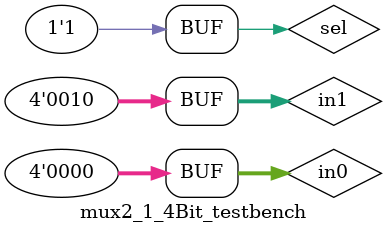
<source format=sv>
`timescale 1 ps / 100 fs

module mux2_1_4Bit #(parameter WIDTH=4) (out, in0, in1, sel);
	input [WIDTH-1:0] in0, in1;
	input sel;
	output [WIDTH-1:0]out;
	
	genvar i;
	
	generate
		for(i=0; i<WIDTH; i++) begin : eachDec
			mux2_1Bit mux0(.out(out[i]), .in0(in0[i]), .in1(in1[i]), .sel); 
		end
	endgenerate
	
endmodule 

module mux2_1_4Bit_testbench();
	reg [3:0] in0, in1;
	reg sel;
	wire [3:0]out;
	
	mux2_1_30Bit dut (.out, .in0, .in1, .sel);
	
	initial begin
		in0=0; in1=3; 
		sel = 0; #1000;
		sel = 1; #1000;
		in0=0; in1=2; 
		sel = 0; #1000;
		sel = 1; #1000;
			
	end
endmodule 
	
</source>
